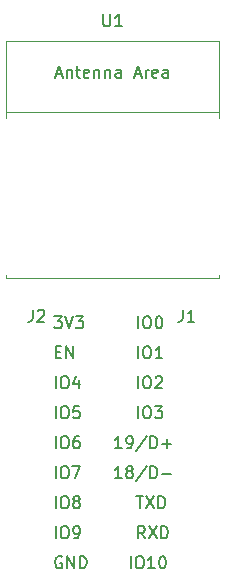
<source format=gto>
%TF.GenerationSoftware,KiCad,Pcbnew,7.0.6*%
%TF.CreationDate,2023-07-20T15:13:03+09:00*%
%TF.ProjectId,esp32c3_test,65737033-3263-4335-9f74-6573742e6b69,rev?*%
%TF.SameCoordinates,PX7f2c270PY70a3730*%
%TF.FileFunction,Legend,Top*%
%TF.FilePolarity,Positive*%
%FSLAX46Y46*%
G04 Gerber Fmt 4.6, Leading zero omitted, Abs format (unit mm)*
G04 Created by KiCad (PCBNEW 7.0.6) date 2023-07-20 15:13:03*
%MOMM*%
%LPD*%
G01*
G04 APERTURE LIST*
%ADD10C,0.150000*%
%ADD11C,0.120000*%
G04 APERTURE END LIST*
D10*
X6686779Y4575181D02*
X6686779Y5575181D01*
X7353445Y5575181D02*
X7543921Y5575181D01*
X7543921Y5575181D02*
X7639159Y5527562D01*
X7639159Y5527562D02*
X7734397Y5432324D01*
X7734397Y5432324D02*
X7782016Y5241848D01*
X7782016Y5241848D02*
X7782016Y4908515D01*
X7782016Y4908515D02*
X7734397Y4718039D01*
X7734397Y4718039D02*
X7639159Y4622800D01*
X7639159Y4622800D02*
X7543921Y4575181D01*
X7543921Y4575181D02*
X7353445Y4575181D01*
X7353445Y4575181D02*
X7258207Y4622800D01*
X7258207Y4622800D02*
X7162969Y4718039D01*
X7162969Y4718039D02*
X7115350Y4908515D01*
X7115350Y4908515D02*
X7115350Y5241848D01*
X7115350Y5241848D02*
X7162969Y5432324D01*
X7162969Y5432324D02*
X7258207Y5527562D01*
X7258207Y5527562D02*
X7353445Y5575181D01*
X8258207Y4575181D02*
X8448683Y4575181D01*
X8448683Y4575181D02*
X8543921Y4622800D01*
X8543921Y4622800D02*
X8591540Y4670420D01*
X8591540Y4670420D02*
X8686778Y4813277D01*
X8686778Y4813277D02*
X8734397Y5003753D01*
X8734397Y5003753D02*
X8734397Y5384705D01*
X8734397Y5384705D02*
X8686778Y5479943D01*
X8686778Y5479943D02*
X8639159Y5527562D01*
X8639159Y5527562D02*
X8543921Y5575181D01*
X8543921Y5575181D02*
X8353445Y5575181D01*
X8353445Y5575181D02*
X8258207Y5527562D01*
X8258207Y5527562D02*
X8210588Y5479943D01*
X8210588Y5479943D02*
X8162969Y5384705D01*
X8162969Y5384705D02*
X8162969Y5146610D01*
X8162969Y5146610D02*
X8210588Y5051372D01*
X8210588Y5051372D02*
X8258207Y5003753D01*
X8258207Y5003753D02*
X8353445Y4956134D01*
X8353445Y4956134D02*
X8543921Y4956134D01*
X8543921Y4956134D02*
X8639159Y5003753D01*
X8639159Y5003753D02*
X8686778Y5051372D01*
X8686778Y5051372D02*
X8734397Y5146610D01*
X6686779Y7115181D02*
X6686779Y8115181D01*
X7353445Y8115181D02*
X7543921Y8115181D01*
X7543921Y8115181D02*
X7639159Y8067562D01*
X7639159Y8067562D02*
X7734397Y7972324D01*
X7734397Y7972324D02*
X7782016Y7781848D01*
X7782016Y7781848D02*
X7782016Y7448515D01*
X7782016Y7448515D02*
X7734397Y7258039D01*
X7734397Y7258039D02*
X7639159Y7162800D01*
X7639159Y7162800D02*
X7543921Y7115181D01*
X7543921Y7115181D02*
X7353445Y7115181D01*
X7353445Y7115181D02*
X7258207Y7162800D01*
X7258207Y7162800D02*
X7162969Y7258039D01*
X7162969Y7258039D02*
X7115350Y7448515D01*
X7115350Y7448515D02*
X7115350Y7781848D01*
X7115350Y7781848D02*
X7162969Y7972324D01*
X7162969Y7972324D02*
X7258207Y8067562D01*
X7258207Y8067562D02*
X7353445Y8115181D01*
X8353445Y7686610D02*
X8258207Y7734229D01*
X8258207Y7734229D02*
X8210588Y7781848D01*
X8210588Y7781848D02*
X8162969Y7877086D01*
X8162969Y7877086D02*
X8162969Y7924705D01*
X8162969Y7924705D02*
X8210588Y8019943D01*
X8210588Y8019943D02*
X8258207Y8067562D01*
X8258207Y8067562D02*
X8353445Y8115181D01*
X8353445Y8115181D02*
X8543921Y8115181D01*
X8543921Y8115181D02*
X8639159Y8067562D01*
X8639159Y8067562D02*
X8686778Y8019943D01*
X8686778Y8019943D02*
X8734397Y7924705D01*
X8734397Y7924705D02*
X8734397Y7877086D01*
X8734397Y7877086D02*
X8686778Y7781848D01*
X8686778Y7781848D02*
X8639159Y7734229D01*
X8639159Y7734229D02*
X8543921Y7686610D01*
X8543921Y7686610D02*
X8353445Y7686610D01*
X8353445Y7686610D02*
X8258207Y7638991D01*
X8258207Y7638991D02*
X8210588Y7591372D01*
X8210588Y7591372D02*
X8162969Y7496134D01*
X8162969Y7496134D02*
X8162969Y7305658D01*
X8162969Y7305658D02*
X8210588Y7210420D01*
X8210588Y7210420D02*
X8258207Y7162800D01*
X8258207Y7162800D02*
X8353445Y7115181D01*
X8353445Y7115181D02*
X8543921Y7115181D01*
X8543921Y7115181D02*
X8639159Y7162800D01*
X8639159Y7162800D02*
X8686778Y7210420D01*
X8686778Y7210420D02*
X8734397Y7305658D01*
X8734397Y7305658D02*
X8734397Y7496134D01*
X8734397Y7496134D02*
X8686778Y7591372D01*
X8686778Y7591372D02*
X8639159Y7638991D01*
X8639159Y7638991D02*
X8543921Y7686610D01*
X6686779Y9655181D02*
X6686779Y10655181D01*
X7353445Y10655181D02*
X7543921Y10655181D01*
X7543921Y10655181D02*
X7639159Y10607562D01*
X7639159Y10607562D02*
X7734397Y10512324D01*
X7734397Y10512324D02*
X7782016Y10321848D01*
X7782016Y10321848D02*
X7782016Y9988515D01*
X7782016Y9988515D02*
X7734397Y9798039D01*
X7734397Y9798039D02*
X7639159Y9702800D01*
X7639159Y9702800D02*
X7543921Y9655181D01*
X7543921Y9655181D02*
X7353445Y9655181D01*
X7353445Y9655181D02*
X7258207Y9702800D01*
X7258207Y9702800D02*
X7162969Y9798039D01*
X7162969Y9798039D02*
X7115350Y9988515D01*
X7115350Y9988515D02*
X7115350Y10321848D01*
X7115350Y10321848D02*
X7162969Y10512324D01*
X7162969Y10512324D02*
X7258207Y10607562D01*
X7258207Y10607562D02*
X7353445Y10655181D01*
X8115350Y10655181D02*
X8782016Y10655181D01*
X8782016Y10655181D02*
X8353445Y9655181D01*
X6686779Y12195181D02*
X6686779Y13195181D01*
X7353445Y13195181D02*
X7543921Y13195181D01*
X7543921Y13195181D02*
X7639159Y13147562D01*
X7639159Y13147562D02*
X7734397Y13052324D01*
X7734397Y13052324D02*
X7782016Y12861848D01*
X7782016Y12861848D02*
X7782016Y12528515D01*
X7782016Y12528515D02*
X7734397Y12338039D01*
X7734397Y12338039D02*
X7639159Y12242800D01*
X7639159Y12242800D02*
X7543921Y12195181D01*
X7543921Y12195181D02*
X7353445Y12195181D01*
X7353445Y12195181D02*
X7258207Y12242800D01*
X7258207Y12242800D02*
X7162969Y12338039D01*
X7162969Y12338039D02*
X7115350Y12528515D01*
X7115350Y12528515D02*
X7115350Y12861848D01*
X7115350Y12861848D02*
X7162969Y13052324D01*
X7162969Y13052324D02*
X7258207Y13147562D01*
X7258207Y13147562D02*
X7353445Y13195181D01*
X8639159Y13195181D02*
X8448683Y13195181D01*
X8448683Y13195181D02*
X8353445Y13147562D01*
X8353445Y13147562D02*
X8305826Y13099943D01*
X8305826Y13099943D02*
X8210588Y12957086D01*
X8210588Y12957086D02*
X8162969Y12766610D01*
X8162969Y12766610D02*
X8162969Y12385658D01*
X8162969Y12385658D02*
X8210588Y12290420D01*
X8210588Y12290420D02*
X8258207Y12242800D01*
X8258207Y12242800D02*
X8353445Y12195181D01*
X8353445Y12195181D02*
X8543921Y12195181D01*
X8543921Y12195181D02*
X8639159Y12242800D01*
X8639159Y12242800D02*
X8686778Y12290420D01*
X8686778Y12290420D02*
X8734397Y12385658D01*
X8734397Y12385658D02*
X8734397Y12623753D01*
X8734397Y12623753D02*
X8686778Y12718991D01*
X8686778Y12718991D02*
X8639159Y12766610D01*
X8639159Y12766610D02*
X8543921Y12814229D01*
X8543921Y12814229D02*
X8353445Y12814229D01*
X8353445Y12814229D02*
X8258207Y12766610D01*
X8258207Y12766610D02*
X8210588Y12718991D01*
X8210588Y12718991D02*
X8162969Y12623753D01*
X6686779Y14735181D02*
X6686779Y15735181D01*
X7353445Y15735181D02*
X7543921Y15735181D01*
X7543921Y15735181D02*
X7639159Y15687562D01*
X7639159Y15687562D02*
X7734397Y15592324D01*
X7734397Y15592324D02*
X7782016Y15401848D01*
X7782016Y15401848D02*
X7782016Y15068515D01*
X7782016Y15068515D02*
X7734397Y14878039D01*
X7734397Y14878039D02*
X7639159Y14782800D01*
X7639159Y14782800D02*
X7543921Y14735181D01*
X7543921Y14735181D02*
X7353445Y14735181D01*
X7353445Y14735181D02*
X7258207Y14782800D01*
X7258207Y14782800D02*
X7162969Y14878039D01*
X7162969Y14878039D02*
X7115350Y15068515D01*
X7115350Y15068515D02*
X7115350Y15401848D01*
X7115350Y15401848D02*
X7162969Y15592324D01*
X7162969Y15592324D02*
X7258207Y15687562D01*
X7258207Y15687562D02*
X7353445Y15735181D01*
X8686778Y15735181D02*
X8210588Y15735181D01*
X8210588Y15735181D02*
X8162969Y15258991D01*
X8162969Y15258991D02*
X8210588Y15306610D01*
X8210588Y15306610D02*
X8305826Y15354229D01*
X8305826Y15354229D02*
X8543921Y15354229D01*
X8543921Y15354229D02*
X8639159Y15306610D01*
X8639159Y15306610D02*
X8686778Y15258991D01*
X8686778Y15258991D02*
X8734397Y15163753D01*
X8734397Y15163753D02*
X8734397Y14925658D01*
X8734397Y14925658D02*
X8686778Y14830420D01*
X8686778Y14830420D02*
X8639159Y14782800D01*
X8639159Y14782800D02*
X8543921Y14735181D01*
X8543921Y14735181D02*
X8305826Y14735181D01*
X8305826Y14735181D02*
X8210588Y14782800D01*
X8210588Y14782800D02*
X8162969Y14830420D01*
X6686779Y17275181D02*
X6686779Y18275181D01*
X7353445Y18275181D02*
X7543921Y18275181D01*
X7543921Y18275181D02*
X7639159Y18227562D01*
X7639159Y18227562D02*
X7734397Y18132324D01*
X7734397Y18132324D02*
X7782016Y17941848D01*
X7782016Y17941848D02*
X7782016Y17608515D01*
X7782016Y17608515D02*
X7734397Y17418039D01*
X7734397Y17418039D02*
X7639159Y17322800D01*
X7639159Y17322800D02*
X7543921Y17275181D01*
X7543921Y17275181D02*
X7353445Y17275181D01*
X7353445Y17275181D02*
X7258207Y17322800D01*
X7258207Y17322800D02*
X7162969Y17418039D01*
X7162969Y17418039D02*
X7115350Y17608515D01*
X7115350Y17608515D02*
X7115350Y17941848D01*
X7115350Y17941848D02*
X7162969Y18132324D01*
X7162969Y18132324D02*
X7258207Y18227562D01*
X7258207Y18227562D02*
X7353445Y18275181D01*
X8639159Y17941848D02*
X8639159Y17275181D01*
X8401064Y18322800D02*
X8162969Y17608515D01*
X8162969Y17608515D02*
X8782016Y17608515D01*
X13036779Y2035181D02*
X13036779Y3035181D01*
X13703445Y3035181D02*
X13893921Y3035181D01*
X13893921Y3035181D02*
X13989159Y2987562D01*
X13989159Y2987562D02*
X14084397Y2892324D01*
X14084397Y2892324D02*
X14132016Y2701848D01*
X14132016Y2701848D02*
X14132016Y2368515D01*
X14132016Y2368515D02*
X14084397Y2178039D01*
X14084397Y2178039D02*
X13989159Y2082800D01*
X13989159Y2082800D02*
X13893921Y2035181D01*
X13893921Y2035181D02*
X13703445Y2035181D01*
X13703445Y2035181D02*
X13608207Y2082800D01*
X13608207Y2082800D02*
X13512969Y2178039D01*
X13512969Y2178039D02*
X13465350Y2368515D01*
X13465350Y2368515D02*
X13465350Y2701848D01*
X13465350Y2701848D02*
X13512969Y2892324D01*
X13512969Y2892324D02*
X13608207Y2987562D01*
X13608207Y2987562D02*
X13703445Y3035181D01*
X15084397Y2035181D02*
X14512969Y2035181D01*
X14798683Y2035181D02*
X14798683Y3035181D01*
X14798683Y3035181D02*
X14703445Y2892324D01*
X14703445Y2892324D02*
X14608207Y2797086D01*
X14608207Y2797086D02*
X14512969Y2749467D01*
X15703445Y3035181D02*
X15798683Y3035181D01*
X15798683Y3035181D02*
X15893921Y2987562D01*
X15893921Y2987562D02*
X15941540Y2939943D01*
X15941540Y2939943D02*
X15989159Y2844705D01*
X15989159Y2844705D02*
X16036778Y2654229D01*
X16036778Y2654229D02*
X16036778Y2416134D01*
X16036778Y2416134D02*
X15989159Y2225658D01*
X15989159Y2225658D02*
X15941540Y2130420D01*
X15941540Y2130420D02*
X15893921Y2082800D01*
X15893921Y2082800D02*
X15798683Y2035181D01*
X15798683Y2035181D02*
X15703445Y2035181D01*
X15703445Y2035181D02*
X15608207Y2082800D01*
X15608207Y2082800D02*
X15560588Y2130420D01*
X15560588Y2130420D02*
X15512969Y2225658D01*
X15512969Y2225658D02*
X15465350Y2416134D01*
X15465350Y2416134D02*
X15465350Y2654229D01*
X15465350Y2654229D02*
X15512969Y2844705D01*
X15512969Y2844705D02*
X15560588Y2939943D01*
X15560588Y2939943D02*
X15608207Y2987562D01*
X15608207Y2987562D02*
X15703445Y3035181D01*
X13671779Y14735181D02*
X13671779Y15735181D01*
X14338445Y15735181D02*
X14528921Y15735181D01*
X14528921Y15735181D02*
X14624159Y15687562D01*
X14624159Y15687562D02*
X14719397Y15592324D01*
X14719397Y15592324D02*
X14767016Y15401848D01*
X14767016Y15401848D02*
X14767016Y15068515D01*
X14767016Y15068515D02*
X14719397Y14878039D01*
X14719397Y14878039D02*
X14624159Y14782800D01*
X14624159Y14782800D02*
X14528921Y14735181D01*
X14528921Y14735181D02*
X14338445Y14735181D01*
X14338445Y14735181D02*
X14243207Y14782800D01*
X14243207Y14782800D02*
X14147969Y14878039D01*
X14147969Y14878039D02*
X14100350Y15068515D01*
X14100350Y15068515D02*
X14100350Y15401848D01*
X14100350Y15401848D02*
X14147969Y15592324D01*
X14147969Y15592324D02*
X14243207Y15687562D01*
X14243207Y15687562D02*
X14338445Y15735181D01*
X15100350Y15735181D02*
X15719397Y15735181D01*
X15719397Y15735181D02*
X15386064Y15354229D01*
X15386064Y15354229D02*
X15528921Y15354229D01*
X15528921Y15354229D02*
X15624159Y15306610D01*
X15624159Y15306610D02*
X15671778Y15258991D01*
X15671778Y15258991D02*
X15719397Y15163753D01*
X15719397Y15163753D02*
X15719397Y14925658D01*
X15719397Y14925658D02*
X15671778Y14830420D01*
X15671778Y14830420D02*
X15624159Y14782800D01*
X15624159Y14782800D02*
X15528921Y14735181D01*
X15528921Y14735181D02*
X15243207Y14735181D01*
X15243207Y14735181D02*
X15147969Y14782800D01*
X15147969Y14782800D02*
X15100350Y14830420D01*
X13671779Y17275181D02*
X13671779Y18275181D01*
X14338445Y18275181D02*
X14528921Y18275181D01*
X14528921Y18275181D02*
X14624159Y18227562D01*
X14624159Y18227562D02*
X14719397Y18132324D01*
X14719397Y18132324D02*
X14767016Y17941848D01*
X14767016Y17941848D02*
X14767016Y17608515D01*
X14767016Y17608515D02*
X14719397Y17418039D01*
X14719397Y17418039D02*
X14624159Y17322800D01*
X14624159Y17322800D02*
X14528921Y17275181D01*
X14528921Y17275181D02*
X14338445Y17275181D01*
X14338445Y17275181D02*
X14243207Y17322800D01*
X14243207Y17322800D02*
X14147969Y17418039D01*
X14147969Y17418039D02*
X14100350Y17608515D01*
X14100350Y17608515D02*
X14100350Y17941848D01*
X14100350Y17941848D02*
X14147969Y18132324D01*
X14147969Y18132324D02*
X14243207Y18227562D01*
X14243207Y18227562D02*
X14338445Y18275181D01*
X15147969Y18179943D02*
X15195588Y18227562D01*
X15195588Y18227562D02*
X15290826Y18275181D01*
X15290826Y18275181D02*
X15528921Y18275181D01*
X15528921Y18275181D02*
X15624159Y18227562D01*
X15624159Y18227562D02*
X15671778Y18179943D01*
X15671778Y18179943D02*
X15719397Y18084705D01*
X15719397Y18084705D02*
X15719397Y17989467D01*
X15719397Y17989467D02*
X15671778Y17846610D01*
X15671778Y17846610D02*
X15100350Y17275181D01*
X15100350Y17275181D02*
X15719397Y17275181D01*
X13671779Y19815181D02*
X13671779Y20815181D01*
X14338445Y20815181D02*
X14528921Y20815181D01*
X14528921Y20815181D02*
X14624159Y20767562D01*
X14624159Y20767562D02*
X14719397Y20672324D01*
X14719397Y20672324D02*
X14767016Y20481848D01*
X14767016Y20481848D02*
X14767016Y20148515D01*
X14767016Y20148515D02*
X14719397Y19958039D01*
X14719397Y19958039D02*
X14624159Y19862800D01*
X14624159Y19862800D02*
X14528921Y19815181D01*
X14528921Y19815181D02*
X14338445Y19815181D01*
X14338445Y19815181D02*
X14243207Y19862800D01*
X14243207Y19862800D02*
X14147969Y19958039D01*
X14147969Y19958039D02*
X14100350Y20148515D01*
X14100350Y20148515D02*
X14100350Y20481848D01*
X14100350Y20481848D02*
X14147969Y20672324D01*
X14147969Y20672324D02*
X14243207Y20767562D01*
X14243207Y20767562D02*
X14338445Y20815181D01*
X15719397Y19815181D02*
X15147969Y19815181D01*
X15433683Y19815181D02*
X15433683Y20815181D01*
X15433683Y20815181D02*
X15338445Y20672324D01*
X15338445Y20672324D02*
X15243207Y20577086D01*
X15243207Y20577086D02*
X15147969Y20529467D01*
X13671779Y22355181D02*
X13671779Y23355181D01*
X14338445Y23355181D02*
X14528921Y23355181D01*
X14528921Y23355181D02*
X14624159Y23307562D01*
X14624159Y23307562D02*
X14719397Y23212324D01*
X14719397Y23212324D02*
X14767016Y23021848D01*
X14767016Y23021848D02*
X14767016Y22688515D01*
X14767016Y22688515D02*
X14719397Y22498039D01*
X14719397Y22498039D02*
X14624159Y22402800D01*
X14624159Y22402800D02*
X14528921Y22355181D01*
X14528921Y22355181D02*
X14338445Y22355181D01*
X14338445Y22355181D02*
X14243207Y22402800D01*
X14243207Y22402800D02*
X14147969Y22498039D01*
X14147969Y22498039D02*
X14100350Y22688515D01*
X14100350Y22688515D02*
X14100350Y23021848D01*
X14100350Y23021848D02*
X14147969Y23212324D01*
X14147969Y23212324D02*
X14243207Y23307562D01*
X14243207Y23307562D02*
X14338445Y23355181D01*
X15386064Y23355181D02*
X15481302Y23355181D01*
X15481302Y23355181D02*
X15576540Y23307562D01*
X15576540Y23307562D02*
X15624159Y23259943D01*
X15624159Y23259943D02*
X15671778Y23164705D01*
X15671778Y23164705D02*
X15719397Y22974229D01*
X15719397Y22974229D02*
X15719397Y22736134D01*
X15719397Y22736134D02*
X15671778Y22545658D01*
X15671778Y22545658D02*
X15624159Y22450420D01*
X15624159Y22450420D02*
X15576540Y22402800D01*
X15576540Y22402800D02*
X15481302Y22355181D01*
X15481302Y22355181D02*
X15386064Y22355181D01*
X15386064Y22355181D02*
X15290826Y22402800D01*
X15290826Y22402800D02*
X15243207Y22450420D01*
X15243207Y22450420D02*
X15195588Y22545658D01*
X15195588Y22545658D02*
X15147969Y22736134D01*
X15147969Y22736134D02*
X15147969Y22974229D01*
X15147969Y22974229D02*
X15195588Y23164705D01*
X15195588Y23164705D02*
X15243207Y23259943D01*
X15243207Y23259943D02*
X15290826Y23307562D01*
X15290826Y23307562D02*
X15386064Y23355181D01*
X12290588Y12195181D02*
X11719160Y12195181D01*
X12004874Y12195181D02*
X12004874Y13195181D01*
X12004874Y13195181D02*
X11909636Y13052324D01*
X11909636Y13052324D02*
X11814398Y12957086D01*
X11814398Y12957086D02*
X11719160Y12909467D01*
X12766779Y12195181D02*
X12957255Y12195181D01*
X12957255Y12195181D02*
X13052493Y12242800D01*
X13052493Y12242800D02*
X13100112Y12290420D01*
X13100112Y12290420D02*
X13195350Y12433277D01*
X13195350Y12433277D02*
X13242969Y12623753D01*
X13242969Y12623753D02*
X13242969Y13004705D01*
X13242969Y13004705D02*
X13195350Y13099943D01*
X13195350Y13099943D02*
X13147731Y13147562D01*
X13147731Y13147562D02*
X13052493Y13195181D01*
X13052493Y13195181D02*
X12862017Y13195181D01*
X12862017Y13195181D02*
X12766779Y13147562D01*
X12766779Y13147562D02*
X12719160Y13099943D01*
X12719160Y13099943D02*
X12671541Y13004705D01*
X12671541Y13004705D02*
X12671541Y12766610D01*
X12671541Y12766610D02*
X12719160Y12671372D01*
X12719160Y12671372D02*
X12766779Y12623753D01*
X12766779Y12623753D02*
X12862017Y12576134D01*
X12862017Y12576134D02*
X13052493Y12576134D01*
X13052493Y12576134D02*
X13147731Y12623753D01*
X13147731Y12623753D02*
X13195350Y12671372D01*
X13195350Y12671372D02*
X13242969Y12766610D01*
X14385826Y13242800D02*
X13528684Y11957086D01*
X14719160Y12195181D02*
X14719160Y13195181D01*
X14719160Y13195181D02*
X14957255Y13195181D01*
X14957255Y13195181D02*
X15100112Y13147562D01*
X15100112Y13147562D02*
X15195350Y13052324D01*
X15195350Y13052324D02*
X15242969Y12957086D01*
X15242969Y12957086D02*
X15290588Y12766610D01*
X15290588Y12766610D02*
X15290588Y12623753D01*
X15290588Y12623753D02*
X15242969Y12433277D01*
X15242969Y12433277D02*
X15195350Y12338039D01*
X15195350Y12338039D02*
X15100112Y12242800D01*
X15100112Y12242800D02*
X14957255Y12195181D01*
X14957255Y12195181D02*
X14719160Y12195181D01*
X15719160Y12576134D02*
X16481065Y12576134D01*
X16100112Y12195181D02*
X16100112Y12957086D01*
X12290588Y9655181D02*
X11719160Y9655181D01*
X12004874Y9655181D02*
X12004874Y10655181D01*
X12004874Y10655181D02*
X11909636Y10512324D01*
X11909636Y10512324D02*
X11814398Y10417086D01*
X11814398Y10417086D02*
X11719160Y10369467D01*
X12862017Y10226610D02*
X12766779Y10274229D01*
X12766779Y10274229D02*
X12719160Y10321848D01*
X12719160Y10321848D02*
X12671541Y10417086D01*
X12671541Y10417086D02*
X12671541Y10464705D01*
X12671541Y10464705D02*
X12719160Y10559943D01*
X12719160Y10559943D02*
X12766779Y10607562D01*
X12766779Y10607562D02*
X12862017Y10655181D01*
X12862017Y10655181D02*
X13052493Y10655181D01*
X13052493Y10655181D02*
X13147731Y10607562D01*
X13147731Y10607562D02*
X13195350Y10559943D01*
X13195350Y10559943D02*
X13242969Y10464705D01*
X13242969Y10464705D02*
X13242969Y10417086D01*
X13242969Y10417086D02*
X13195350Y10321848D01*
X13195350Y10321848D02*
X13147731Y10274229D01*
X13147731Y10274229D02*
X13052493Y10226610D01*
X13052493Y10226610D02*
X12862017Y10226610D01*
X12862017Y10226610D02*
X12766779Y10178991D01*
X12766779Y10178991D02*
X12719160Y10131372D01*
X12719160Y10131372D02*
X12671541Y10036134D01*
X12671541Y10036134D02*
X12671541Y9845658D01*
X12671541Y9845658D02*
X12719160Y9750420D01*
X12719160Y9750420D02*
X12766779Y9702800D01*
X12766779Y9702800D02*
X12862017Y9655181D01*
X12862017Y9655181D02*
X13052493Y9655181D01*
X13052493Y9655181D02*
X13147731Y9702800D01*
X13147731Y9702800D02*
X13195350Y9750420D01*
X13195350Y9750420D02*
X13242969Y9845658D01*
X13242969Y9845658D02*
X13242969Y10036134D01*
X13242969Y10036134D02*
X13195350Y10131372D01*
X13195350Y10131372D02*
X13147731Y10178991D01*
X13147731Y10178991D02*
X13052493Y10226610D01*
X14385826Y10702800D02*
X13528684Y9417086D01*
X14719160Y9655181D02*
X14719160Y10655181D01*
X14719160Y10655181D02*
X14957255Y10655181D01*
X14957255Y10655181D02*
X15100112Y10607562D01*
X15100112Y10607562D02*
X15195350Y10512324D01*
X15195350Y10512324D02*
X15242969Y10417086D01*
X15242969Y10417086D02*
X15290588Y10226610D01*
X15290588Y10226610D02*
X15290588Y10083753D01*
X15290588Y10083753D02*
X15242969Y9893277D01*
X15242969Y9893277D02*
X15195350Y9798039D01*
X15195350Y9798039D02*
X15100112Y9702800D01*
X15100112Y9702800D02*
X14957255Y9655181D01*
X14957255Y9655181D02*
X14719160Y9655181D01*
X15719160Y10036134D02*
X16481065Y10036134D01*
X14243207Y4575181D02*
X13909874Y5051372D01*
X13671779Y4575181D02*
X13671779Y5575181D01*
X13671779Y5575181D02*
X14052731Y5575181D01*
X14052731Y5575181D02*
X14147969Y5527562D01*
X14147969Y5527562D02*
X14195588Y5479943D01*
X14195588Y5479943D02*
X14243207Y5384705D01*
X14243207Y5384705D02*
X14243207Y5241848D01*
X14243207Y5241848D02*
X14195588Y5146610D01*
X14195588Y5146610D02*
X14147969Y5098991D01*
X14147969Y5098991D02*
X14052731Y5051372D01*
X14052731Y5051372D02*
X13671779Y5051372D01*
X14576541Y5575181D02*
X15243207Y4575181D01*
X15243207Y5575181D02*
X14576541Y4575181D01*
X15624160Y4575181D02*
X15624160Y5575181D01*
X15624160Y5575181D02*
X15862255Y5575181D01*
X15862255Y5575181D02*
X16005112Y5527562D01*
X16005112Y5527562D02*
X16100350Y5432324D01*
X16100350Y5432324D02*
X16147969Y5337086D01*
X16147969Y5337086D02*
X16195588Y5146610D01*
X16195588Y5146610D02*
X16195588Y5003753D01*
X16195588Y5003753D02*
X16147969Y4813277D01*
X16147969Y4813277D02*
X16100350Y4718039D01*
X16100350Y4718039D02*
X16005112Y4622800D01*
X16005112Y4622800D02*
X15862255Y4575181D01*
X15862255Y4575181D02*
X15624160Y4575181D01*
X13528922Y8115181D02*
X14100350Y8115181D01*
X13814636Y7115181D02*
X13814636Y8115181D01*
X14338446Y8115181D02*
X15005112Y7115181D01*
X15005112Y8115181D02*
X14338446Y7115181D01*
X15386065Y7115181D02*
X15386065Y8115181D01*
X15386065Y8115181D02*
X15624160Y8115181D01*
X15624160Y8115181D02*
X15767017Y8067562D01*
X15767017Y8067562D02*
X15862255Y7972324D01*
X15862255Y7972324D02*
X15909874Y7877086D01*
X15909874Y7877086D02*
X15957493Y7686610D01*
X15957493Y7686610D02*
X15957493Y7543753D01*
X15957493Y7543753D02*
X15909874Y7353277D01*
X15909874Y7353277D02*
X15862255Y7258039D01*
X15862255Y7258039D02*
X15767017Y7162800D01*
X15767017Y7162800D02*
X15624160Y7115181D01*
X15624160Y7115181D02*
X15386065Y7115181D01*
X7210588Y2987562D02*
X7115350Y3035181D01*
X7115350Y3035181D02*
X6972493Y3035181D01*
X6972493Y3035181D02*
X6829636Y2987562D01*
X6829636Y2987562D02*
X6734398Y2892324D01*
X6734398Y2892324D02*
X6686779Y2797086D01*
X6686779Y2797086D02*
X6639160Y2606610D01*
X6639160Y2606610D02*
X6639160Y2463753D01*
X6639160Y2463753D02*
X6686779Y2273277D01*
X6686779Y2273277D02*
X6734398Y2178039D01*
X6734398Y2178039D02*
X6829636Y2082800D01*
X6829636Y2082800D02*
X6972493Y2035181D01*
X6972493Y2035181D02*
X7067731Y2035181D01*
X7067731Y2035181D02*
X7210588Y2082800D01*
X7210588Y2082800D02*
X7258207Y2130420D01*
X7258207Y2130420D02*
X7258207Y2463753D01*
X7258207Y2463753D02*
X7067731Y2463753D01*
X7686779Y2035181D02*
X7686779Y3035181D01*
X7686779Y3035181D02*
X8258207Y2035181D01*
X8258207Y2035181D02*
X8258207Y3035181D01*
X8734398Y2035181D02*
X8734398Y3035181D01*
X8734398Y3035181D02*
X8972493Y3035181D01*
X8972493Y3035181D02*
X9115350Y2987562D01*
X9115350Y2987562D02*
X9210588Y2892324D01*
X9210588Y2892324D02*
X9258207Y2797086D01*
X9258207Y2797086D02*
X9305826Y2606610D01*
X9305826Y2606610D02*
X9305826Y2463753D01*
X9305826Y2463753D02*
X9258207Y2273277D01*
X9258207Y2273277D02*
X9210588Y2178039D01*
X9210588Y2178039D02*
X9115350Y2082800D01*
X9115350Y2082800D02*
X8972493Y2035181D01*
X8972493Y2035181D02*
X8734398Y2035181D01*
X6686779Y20338991D02*
X7020112Y20338991D01*
X7162969Y19815181D02*
X6686779Y19815181D01*
X6686779Y19815181D02*
X6686779Y20815181D01*
X6686779Y20815181D02*
X7162969Y20815181D01*
X7591541Y19815181D02*
X7591541Y20815181D01*
X7591541Y20815181D02*
X8162969Y19815181D01*
X8162969Y19815181D02*
X8162969Y20815181D01*
X6591541Y23355181D02*
X7210588Y23355181D01*
X7210588Y23355181D02*
X6877255Y22974229D01*
X6877255Y22974229D02*
X7020112Y22974229D01*
X7020112Y22974229D02*
X7115350Y22926610D01*
X7115350Y22926610D02*
X7162969Y22878991D01*
X7162969Y22878991D02*
X7210588Y22783753D01*
X7210588Y22783753D02*
X7210588Y22545658D01*
X7210588Y22545658D02*
X7162969Y22450420D01*
X7162969Y22450420D02*
X7115350Y22402800D01*
X7115350Y22402800D02*
X7020112Y22355181D01*
X7020112Y22355181D02*
X6734398Y22355181D01*
X6734398Y22355181D02*
X6639160Y22402800D01*
X6639160Y22402800D02*
X6591541Y22450420D01*
X7496303Y23355181D02*
X7829636Y22355181D01*
X7829636Y22355181D02*
X8162969Y23355181D01*
X8401065Y23355181D02*
X9020112Y23355181D01*
X9020112Y23355181D02*
X8686779Y22974229D01*
X8686779Y22974229D02*
X8829636Y22974229D01*
X8829636Y22974229D02*
X8924874Y22926610D01*
X8924874Y22926610D02*
X8972493Y22878991D01*
X8972493Y22878991D02*
X9020112Y22783753D01*
X9020112Y22783753D02*
X9020112Y22545658D01*
X9020112Y22545658D02*
X8972493Y22450420D01*
X8972493Y22450420D02*
X8924874Y22402800D01*
X8924874Y22402800D02*
X8829636Y22355181D01*
X8829636Y22355181D02*
X8543922Y22355181D01*
X8543922Y22355181D02*
X8448684Y22402800D01*
X8448684Y22402800D02*
X8401065Y22450420D01*
X4746666Y23905181D02*
X4746666Y23190896D01*
X4746666Y23190896D02*
X4699047Y23048039D01*
X4699047Y23048039D02*
X4603809Y22952800D01*
X4603809Y22952800D02*
X4460952Y22905181D01*
X4460952Y22905181D02*
X4365714Y22905181D01*
X5175238Y23809943D02*
X5222857Y23857562D01*
X5222857Y23857562D02*
X5318095Y23905181D01*
X5318095Y23905181D02*
X5556190Y23905181D01*
X5556190Y23905181D02*
X5651428Y23857562D01*
X5651428Y23857562D02*
X5699047Y23809943D01*
X5699047Y23809943D02*
X5746666Y23714705D01*
X5746666Y23714705D02*
X5746666Y23619467D01*
X5746666Y23619467D02*
X5699047Y23476610D01*
X5699047Y23476610D02*
X5127619Y22905181D01*
X5127619Y22905181D02*
X5746666Y22905181D01*
X17446666Y23905181D02*
X17446666Y23190896D01*
X17446666Y23190896D02*
X17399047Y23048039D01*
X17399047Y23048039D02*
X17303809Y22952800D01*
X17303809Y22952800D02*
X17160952Y22905181D01*
X17160952Y22905181D02*
X17065714Y22905181D01*
X18446666Y22905181D02*
X17875238Y22905181D01*
X18160952Y22905181D02*
X18160952Y23905181D01*
X18160952Y23905181D02*
X18065714Y23762324D01*
X18065714Y23762324D02*
X17970476Y23667086D01*
X17970476Y23667086D02*
X17875238Y23619467D01*
X10733095Y48930181D02*
X10733095Y48120658D01*
X10733095Y48120658D02*
X10780714Y48025420D01*
X10780714Y48025420D02*
X10828333Y47977800D01*
X10828333Y47977800D02*
X10923571Y47930181D01*
X10923571Y47930181D02*
X11114047Y47930181D01*
X11114047Y47930181D02*
X11209285Y47977800D01*
X11209285Y47977800D02*
X11256904Y48025420D01*
X11256904Y48025420D02*
X11304523Y48120658D01*
X11304523Y48120658D02*
X11304523Y48930181D01*
X12304523Y47930181D02*
X11733095Y47930181D01*
X12018809Y47930181D02*
X12018809Y48930181D01*
X12018809Y48930181D02*
X11923571Y48787324D01*
X11923571Y48787324D02*
X11828333Y48692086D01*
X11828333Y48692086D02*
X11733095Y48644467D01*
X6733094Y43865896D02*
X7209284Y43865896D01*
X6637856Y43580181D02*
X6971189Y44580181D01*
X6971189Y44580181D02*
X7304522Y43580181D01*
X7637856Y44246848D02*
X7637856Y43580181D01*
X7637856Y44151610D02*
X7685475Y44199229D01*
X7685475Y44199229D02*
X7780713Y44246848D01*
X7780713Y44246848D02*
X7923570Y44246848D01*
X7923570Y44246848D02*
X8018808Y44199229D01*
X8018808Y44199229D02*
X8066427Y44103991D01*
X8066427Y44103991D02*
X8066427Y43580181D01*
X8399761Y44246848D02*
X8780713Y44246848D01*
X8542618Y44580181D02*
X8542618Y43723039D01*
X8542618Y43723039D02*
X8590237Y43627800D01*
X8590237Y43627800D02*
X8685475Y43580181D01*
X8685475Y43580181D02*
X8780713Y43580181D01*
X9494999Y43627800D02*
X9399761Y43580181D01*
X9399761Y43580181D02*
X9209285Y43580181D01*
X9209285Y43580181D02*
X9114047Y43627800D01*
X9114047Y43627800D02*
X9066428Y43723039D01*
X9066428Y43723039D02*
X9066428Y44103991D01*
X9066428Y44103991D02*
X9114047Y44199229D01*
X9114047Y44199229D02*
X9209285Y44246848D01*
X9209285Y44246848D02*
X9399761Y44246848D01*
X9399761Y44246848D02*
X9494999Y44199229D01*
X9494999Y44199229D02*
X9542618Y44103991D01*
X9542618Y44103991D02*
X9542618Y44008753D01*
X9542618Y44008753D02*
X9066428Y43913515D01*
X9971190Y44246848D02*
X9971190Y43580181D01*
X9971190Y44151610D02*
X10018809Y44199229D01*
X10018809Y44199229D02*
X10114047Y44246848D01*
X10114047Y44246848D02*
X10256904Y44246848D01*
X10256904Y44246848D02*
X10352142Y44199229D01*
X10352142Y44199229D02*
X10399761Y44103991D01*
X10399761Y44103991D02*
X10399761Y43580181D01*
X10875952Y44246848D02*
X10875952Y43580181D01*
X10875952Y44151610D02*
X10923571Y44199229D01*
X10923571Y44199229D02*
X11018809Y44246848D01*
X11018809Y44246848D02*
X11161666Y44246848D01*
X11161666Y44246848D02*
X11256904Y44199229D01*
X11256904Y44199229D02*
X11304523Y44103991D01*
X11304523Y44103991D02*
X11304523Y43580181D01*
X12209285Y43580181D02*
X12209285Y44103991D01*
X12209285Y44103991D02*
X12161666Y44199229D01*
X12161666Y44199229D02*
X12066428Y44246848D01*
X12066428Y44246848D02*
X11875952Y44246848D01*
X11875952Y44246848D02*
X11780714Y44199229D01*
X12209285Y43627800D02*
X12114047Y43580181D01*
X12114047Y43580181D02*
X11875952Y43580181D01*
X11875952Y43580181D02*
X11780714Y43627800D01*
X11780714Y43627800D02*
X11733095Y43723039D01*
X11733095Y43723039D02*
X11733095Y43818277D01*
X11733095Y43818277D02*
X11780714Y43913515D01*
X11780714Y43913515D02*
X11875952Y43961134D01*
X11875952Y43961134D02*
X12114047Y43961134D01*
X12114047Y43961134D02*
X12209285Y44008753D01*
X13399762Y43865896D02*
X13875952Y43865896D01*
X13304524Y43580181D02*
X13637857Y44580181D01*
X13637857Y44580181D02*
X13971190Y43580181D01*
X14304524Y43580181D02*
X14304524Y44246848D01*
X14304524Y44056372D02*
X14352143Y44151610D01*
X14352143Y44151610D02*
X14399762Y44199229D01*
X14399762Y44199229D02*
X14495000Y44246848D01*
X14495000Y44246848D02*
X14590238Y44246848D01*
X15304524Y43627800D02*
X15209286Y43580181D01*
X15209286Y43580181D02*
X15018810Y43580181D01*
X15018810Y43580181D02*
X14923572Y43627800D01*
X14923572Y43627800D02*
X14875953Y43723039D01*
X14875953Y43723039D02*
X14875953Y44103991D01*
X14875953Y44103991D02*
X14923572Y44199229D01*
X14923572Y44199229D02*
X15018810Y44246848D01*
X15018810Y44246848D02*
X15209286Y44246848D01*
X15209286Y44246848D02*
X15304524Y44199229D01*
X15304524Y44199229D02*
X15352143Y44103991D01*
X15352143Y44103991D02*
X15352143Y44008753D01*
X15352143Y44008753D02*
X14875953Y43913515D01*
X16209286Y43580181D02*
X16209286Y44103991D01*
X16209286Y44103991D02*
X16161667Y44199229D01*
X16161667Y44199229D02*
X16066429Y44246848D01*
X16066429Y44246848D02*
X15875953Y44246848D01*
X15875953Y44246848D02*
X15780715Y44199229D01*
X16209286Y43627800D02*
X16114048Y43580181D01*
X16114048Y43580181D02*
X15875953Y43580181D01*
X15875953Y43580181D02*
X15780715Y43627800D01*
X15780715Y43627800D02*
X15733096Y43723039D01*
X15733096Y43723039D02*
X15733096Y43818277D01*
X15733096Y43818277D02*
X15780715Y43913515D01*
X15780715Y43913515D02*
X15875953Y43961134D01*
X15875953Y43961134D02*
X16114048Y43961134D01*
X16114048Y43961134D02*
X16209286Y44008753D01*
D11*
%TO.C,U1*%
X20495000Y26635000D02*
X2495000Y26635000D01*
X20495000Y26885000D02*
X20495000Y26635000D01*
X20495000Y40635000D02*
X2545000Y40635000D01*
X20495000Y46635000D02*
X20495000Y40135000D01*
X2495000Y26635000D02*
X2495000Y26885000D01*
X2495000Y46635000D02*
X20495000Y46635000D01*
X2495000Y46635000D02*
X2495000Y40135000D01*
%TD*%
M02*

</source>
